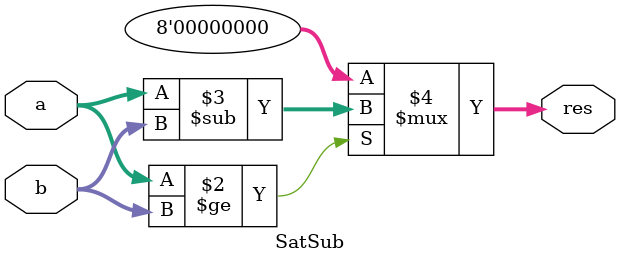
<source format=sv>
module SatSub(input [7:0] a,b, output reg [7:0] res);
    always @(*) res = (a >= b) ? (a - b) : 8'h0;
endmodule
</source>
